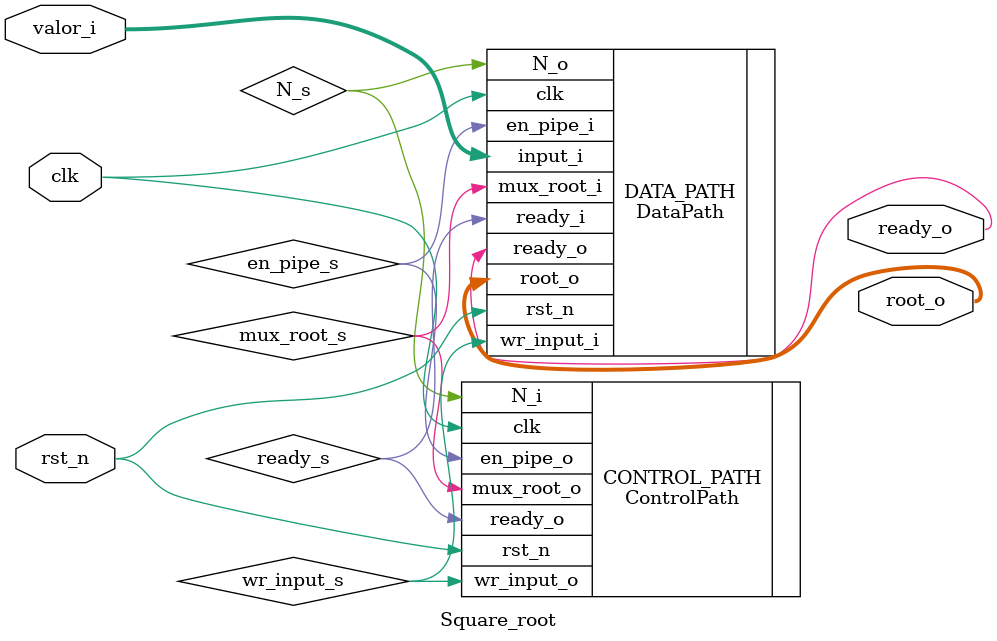
<source format=v>


module Square_root (
    input  wire [15:0] valor_i,
    input  wire clk,
    input  wire rst_n,

    output wire ready_o,
    output wire [7:0] root_o
);

// INTERNAL SIGNALS

// Control Signals
wire N_s;
wire en_pipe_s;
wire ready_s;
wire wr_input_s;
wire mux_root_s;


// INSTANTIATION OF CONTROL PATH AND DATA PATH

ControlPath CONTROL_PATH (
    .clk         ( clk         ),
    .rst_n       ( rst_n       ),
    .N_i         ( N_s         ),
    .en_pipe_o   ( en_pipe_s   ),
    .ready_o     ( ready_s     ),
    .mux_root_o  ( mux_root_s  ),
    .wr_input_o  ( wr_input_s  )
);

DataPath DATA_PATH (
    .clk         ( clk         ),
    .rst_n       ( rst_n       ),
    .input_i     ( valor_i     ),
    .root_o      ( root_o      ),
    .ready_o     ( ready_o     ),
    .wr_input_i  ( wr_input_s  ),
    .en_pipe_i   ( en_pipe_s   ),
    .ready_i     ( ready_s     ),
    .mux_root_i  ( mux_root_s  ),
    .N_o         ( N_s         )
);


endmodule
</source>
